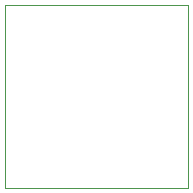
<source format=gbr>
%TF.GenerationSoftware,KiCad,Pcbnew,8.99.0-344-gfbc433deaa*%
%TF.CreationDate,2024-07-04T10:31:12-04:00*%
%TF.ProjectId,jig2,6a696732-2e6b-4696-9361-645f70636258,rev?*%
%TF.SameCoordinates,Original*%
%TF.FileFunction,Profile,NP*%
%FSLAX46Y46*%
G04 Gerber Fmt 4.6, Leading zero omitted, Abs format (unit mm)*
G04 Created by KiCad (PCBNEW 8.99.0-344-gfbc433deaa) date 2024-07-04 10:31:12*
%MOMM*%
%LPD*%
G01*
G04 APERTURE LIST*
%TA.AperFunction,Profile*%
%ADD10C,0.050000*%
%TD*%
G04 APERTURE END LIST*
D10*
X135000000Y-90000000D02*
X119500000Y-90000000D01*
X119500000Y-90000000D02*
X119500000Y-74500000D01*
X119500000Y-74500000D02*
X135000000Y-74500000D01*
X135000000Y-74500000D02*
X135000000Y-90000000D01*
M02*

</source>
